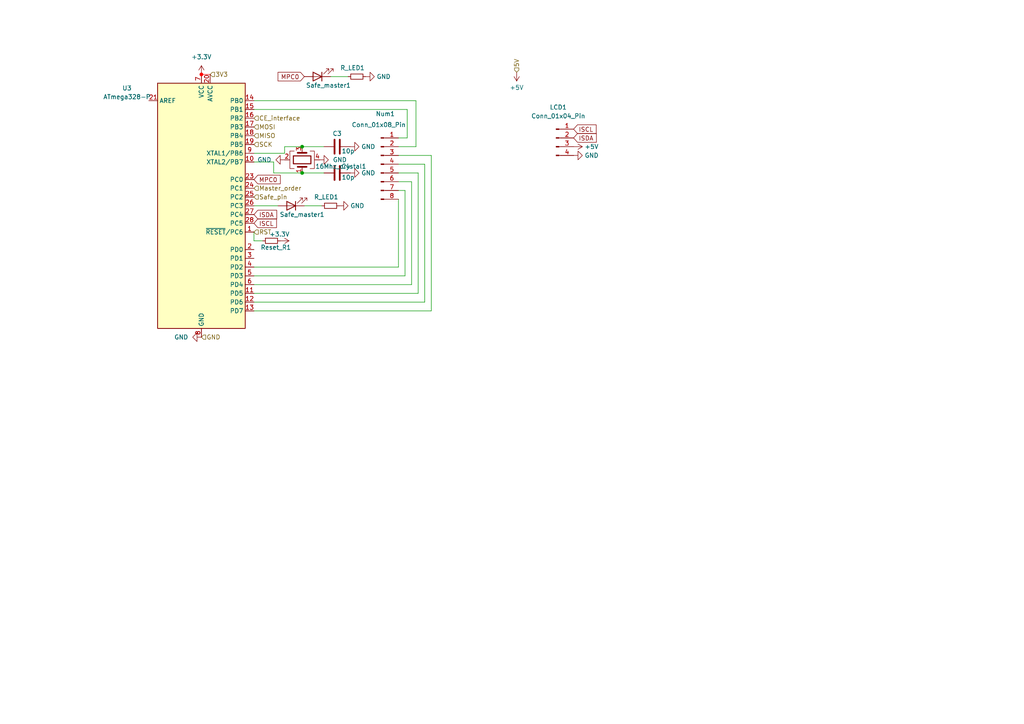
<source format=kicad_sch>
(kicad_sch (version 20230121) (generator eeschema)
  (paper "A4")
  (lib_symbols
    (symbol "Connector:Conn_01x04_Pin" (pin_names (offset 1.016) hide)
      (property "Reference" "J" (at 0 5.08 0))
      (property "Value" "Conn_01x04_Pin" (at 0 -7.62 0))
      (symbol "Conn_01x04_Pin_1_1"
        (polyline (pts (xy 1.27 -5.08) (xy 0.8636 -5.08)) (stroke (width 0.1524)))
        (polyline (pts (xy 1.27 -2.54) (xy 0.8636 -2.54)) (stroke (width 0.1524)))
        (polyline (pts (xy 1.27 0) (xy 0.8636 0)) (stroke (width 0.1524)))
        (polyline (pts (xy 1.27 2.54) (xy 0.8636 2.54)) (stroke (width 0.1524)))
        (rectangle (start 0.8636 -4.953) (end 0 -5.207) (stroke (width 0.1524)) (fill (type outline)))
        (rectangle (start 0.8636 -2.413) (end 0 -2.667) (stroke (width 0.1524)) (fill (type outline)))
        (rectangle (start 0.8636 0.127) (end 0 -0.127) (stroke (width 0.1524)) (fill (type outline)))
        (rectangle (start 0.8636 2.667) (end 0 2.413) (stroke (width 0.1524)) (fill (type outline)))
        (pin passive line (at 5.08 2.54 180) (length 3.81) (name "Pin_1") (number "1"))
        (pin passive line (at 5.08 0 180) (length 3.81) (name "Pin_2") (number "2"))
        (pin passive line (at 5.08 -2.54 180) (length 3.81) (name "Pin_3") (number "3"))
        (pin passive line (at 5.08 -5.08 180) (length 3.81) (name "Pin_4") (number "4"))
      )
    )
    (symbol "Connector:Conn_01x08_Pin" (pin_names (offset 1.016) hide)
      (property "Reference" "J" (at 0 10.16 0))
      (property "Value" "Conn_01x08_Pin" (at 0 -12.7 0))
      (symbol "Conn_01x08_Pin_1_1"
        (polyline (pts (xy 1.27 -10.16) (xy 0.8636 -10.16)) (stroke (width 0.1524)))
        (polyline (pts (xy 1.27 -7.62) (xy 0.8636 -7.62)) (stroke (width 0.1524)))
        (polyline (pts (xy 1.27 -5.08) (xy 0.8636 -5.08)) (stroke (width 0.1524)))
        (polyline (pts (xy 1.27 -2.54) (xy 0.8636 -2.54)) (stroke (width 0.1524)))
        (polyline (pts (xy 1.27 0) (xy 0.8636 0)) (stroke (width 0.1524)))
        (polyline (pts (xy 1.27 2.54) (xy 0.8636 2.54)) (stroke (width 0.1524)))
        (polyline (pts (xy 1.27 5.08) (xy 0.8636 5.08)) (stroke (width 0.1524)))
        (polyline (pts (xy 1.27 7.62) (xy 0.8636 7.62)) (stroke (width 0.1524)))
        (rectangle (start 0.8636 -10.033) (end 0 -10.287) (stroke (width 0.1524)) (fill (type outline)))
        (rectangle (start 0.8636 -7.493) (end 0 -7.747) (stroke (width 0.1524)) (fill (type outline)))
        (rectangle (start 0.8636 -4.953) (end 0 -5.207) (stroke (width 0.1524)) (fill (type outline)))
        (rectangle (start 0.8636 -2.413) (end 0 -2.667) (stroke (width 0.1524)) (fill (type outline)))
        (rectangle (start 0.8636 0.127) (end 0 -0.127) (stroke (width 0.1524)) (fill (type outline)))
        (rectangle (start 0.8636 2.667) (end 0 2.413) (stroke (width 0.1524)) (fill (type outline)))
        (rectangle (start 0.8636 5.207) (end 0 4.953) (stroke (width 0.1524)) (fill (type outline)))
        (rectangle (start 0.8636 7.747) (end 0 7.493) (stroke (width 0.1524)) (fill (type outline)))
        (pin passive line (at 5.08 7.62 180) (length 3.81) (name "Pin_1") (number "1"))
        (pin passive line (at 5.08 5.08 180) (length 3.81) (name "Pin_2") (number "2"))
        (pin passive line (at 5.08 2.54 180) (length 3.81) (name "Pin_3") (number "3"))
        (pin passive line (at 5.08 0 180) (length 3.81) (name "Pin_4") (number "4"))
        (pin passive line (at 5.08 -2.54 180) (length 3.81) (name "Pin_5") (number "5"))
        (pin passive line (at 5.08 -5.08 180) (length 3.81) (name "Pin_6") (number "6"))
        (pin passive line (at 5.08 -7.62 180) (length 3.81) (name "Pin_7") (number "7"))
        (pin passive line (at 5.08 -10.16 180) (length 3.81) (name "Pin_8") (number "8"))
      )
    )
    (symbol "Device:C" (pin_numbers hide) (pin_names (offset 0.254))
      (property "Reference" "C" (at 0.635 2.54 0))
      (property "Value" "C" (at 0.635 -2.54 0))
      (symbol "C_0_1"
        (polyline (pts (xy -2.032 -0.762) (xy 2.032 -0.762)) (stroke (width 0.508)))
        (polyline (pts (xy -2.032 0.762) (xy 2.032 0.762)) (stroke (width 0.508)))
      )
      (symbol "C_1_1"
        (pin passive line (at 0 3.81 270) (length 2.794) (name "~") (number "1"))
        (pin passive line (at 0 -3.81 90) (length 2.794) (name "~") (number "2"))
      )
    )
    (symbol "Device:Crystal_GND24" (pin_names (offset 1.016) hide)
      (property "Reference" "Y" (at 3.175 5.08 0))
      (property "Value" "Crystal_GND24" (at 3.175 3.175 0))
      (symbol "Crystal_GND24_0_1"
        (rectangle (start -1.143 2.54) (end 1.143 -2.54) (stroke (width 0.3048)))
        (polyline (pts (xy -2.54 0) (xy -2.032 0)))
        (polyline (pts (xy -2.032 -1.27) (xy -2.032 1.27)) (stroke (width 0.508)))
        (polyline (pts (xy 0 -3.81) (xy 0 -3.556)))
        (polyline (pts (xy 0 3.556) (xy 0 3.81)))
        (polyline (pts (xy 2.032 -1.27) (xy 2.032 1.27)) (stroke (width 0.508)))
        (polyline (pts (xy 2.032 0) (xy 2.54 0)))
        (polyline (pts (xy -2.54 -2.286) (xy -2.54 -3.556) (xy 2.54 -3.556) (xy 2.54 -2.286)))
        (polyline (pts (xy -2.54 2.286) (xy -2.54 3.556) (xy 2.54 3.556) (xy 2.54 2.286)))
      )
      (symbol "Crystal_GND24_1_1"
        (pin passive line (at -3.81 0 0) (length 1.27) (name "1") (number "1"))
        (pin passive line (at 0 5.08 270) (length 1.27) (name "2") (number "2"))
        (pin passive line (at 3.81 0 180) (length 1.27) (name "3") (number "3"))
        (pin passive line (at 0 -5.08 90) (length 1.27) (name "4") (number "4"))
      )
    )
    (symbol "Device:LED" (pin_numbers hide) (pin_names (offset 1.016) hide)
      (property "Reference" "D" (at 0 2.54 0))
      (property "Value" "LED" (at 0 -2.54 0))
      (symbol "LED_0_1"
        (polyline (pts (xy -1.27 -1.27) (xy -1.27 1.27)) (stroke (width 0.254)))
        (polyline (pts (xy -1.27 0) (xy 1.27 0)))
        (polyline (pts (xy 1.27 -1.27) (xy 1.27 1.27) (xy -1.27 0) (xy 1.27 -1.27)) (stroke (width 0.254)))
        (polyline (pts (xy -3.048 -0.762) (xy -4.572 -2.286) (xy -3.81 -2.286) (xy -4.572 -2.286) (xy -4.572 -1.524)))
        (polyline (pts (xy -1.778 -0.762) (xy -3.302 -2.286) (xy -2.54 -2.286) (xy -3.302 -2.286) (xy -3.302 -1.524)))
      )
      (symbol "LED_1_1"
        (pin passive line (at -3.81 0 0) (length 2.54) (name "K") (number "1"))
        (pin passive line (at 3.81 0 180) (length 2.54) (name "A") (number "2"))
      )
    )
    (symbol "Device:R_Small" (pin_numbers hide) (pin_names (offset 0.254) hide)
      (property "Reference" "R" (at 0.762 0.508 0))
      (property "Value" "R_Small" (at 0.762 -1.016 0))
      (symbol "R_Small_0_1"
        (rectangle (start -0.762 1.778) (end 0.762 -1.778) (stroke (width 0.2032)))
      )
      (symbol "R_Small_1_1"
        (pin passive line (at 0 2.54 270) (length 0.762) (name "~") (number "1"))
        (pin passive line (at 0 -2.54 90) (length 0.762) (name "~") (number "2"))
      )
    )
    (symbol "MCU_Microchip_ATmega:ATmega328-P"
      (property "Reference" "U" (at -12.7 36.83 0))
      (property "Value" "ATmega328-P" (at 2.54 -36.83 0))
      (symbol "ATmega328-P_0_1"
        (rectangle (start -12.7 -35.56) (end 12.7 35.56) (stroke (width 0.254)) (fill (type background)))
      )
      (symbol "ATmega328-P_1_1"
        (pin bidirectional line (at 15.24 -7.62 180) (length 2.54) (name "~{RESET}/PC6") (number "1"))
        (pin bidirectional line (at 15.24 12.7 180) (length 2.54) (name "XTAL2/PB7") (number "10"))
        (pin bidirectional line (at 15.24 -25.4 180) (length 2.54) (name "PD5") (number "11"))
        (pin bidirectional line (at 15.24 -27.94 180) (length 2.54) (name "PD6") (number "12"))
        (pin bidirectional line (at 15.24 -30.48 180) (length 2.54) (name "PD7") (number "13"))
        (pin bidirectional line (at 15.24 30.48 180) (length 2.54) (name "PB0") (number "14"))
        (pin bidirectional line (at 15.24 27.94 180) (length 2.54) (name "PB1") (number "15"))
        (pin bidirectional line (at 15.24 25.4 180) (length 2.54) (name "PB2") (number "16"))
        (pin bidirectional line (at 15.24 22.86 180) (length 2.54) (name "PB3") (number "17"))
        (pin bidirectional line (at 15.24 20.32 180) (length 2.54) (name "PB4") (number "18"))
        (pin bidirectional line (at 15.24 17.78 180) (length 2.54) (name "PB5") (number "19"))
        (pin bidirectional line (at 15.24 -12.7 180) (length 2.54) (name "PD0") (number "2"))
        (pin power_in line (at 2.54 38.1 270) (length 2.54) (name "AVCC") (number "20"))
        (pin passive line (at -15.24 30.48 0) (length 2.54) (name "AREF") (number "21"))
        (pin passive line (at 0 -38.1 90) (length 2.54) hide (name "GND") (number "22"))
        (pin bidirectional line (at 15.24 7.62 180) (length 2.54) (name "PC0") (number "23"))
        (pin bidirectional line (at 15.24 5.08 180) (length 2.54) (name "PC1") (number "24"))
        (pin bidirectional line (at 15.24 2.54 180) (length 2.54) (name "PC2") (number "25"))
        (pin bidirectional line (at 15.24 0 180) (length 2.54) (name "PC3") (number "26"))
        (pin bidirectional line (at 15.24 -2.54 180) (length 2.54) (name "PC4") (number "27"))
        (pin bidirectional line (at 15.24 -5.08 180) (length 2.54) (name "PC5") (number "28"))
        (pin bidirectional line (at 15.24 -15.24 180) (length 2.54) (name "PD1") (number "3"))
        (pin bidirectional line (at 15.24 -17.78 180) (length 2.54) (name "PD2") (number "4"))
        (pin bidirectional line (at 15.24 -20.32 180) (length 2.54) (name "PD3") (number "5"))
        (pin bidirectional line (at 15.24 -22.86 180) (length 2.54) (name "PD4") (number "6"))
        (pin power_in line (at 0 38.1 270) (length 2.54) (name "VCC") (number "7"))
        (pin power_in line (at 0 -38.1 90) (length 2.54) (name "GND") (number "8"))
        (pin bidirectional line (at 15.24 15.24 180) (length 2.54) (name "XTAL1/PB6") (number "9"))
      )
    )
    (symbol "power:+3.3V" (power) (pin_names (offset 0))
      (property "Value" "+3.3V" (at 0 3.556 0))
      (symbol "+3.3V_0_1"
        (polyline (pts (xy -0.762 1.27) (xy 0 2.54)))
        (polyline (pts (xy 0 0) (xy 0 2.54)))
        (polyline (pts (xy 0 2.54) (xy 0.762 1.27)))
      )
      (symbol "+3.3V_1_1"
        (pin power_in line (at 0 0 90) (length 0) hide (name "+3.3V") (number "1"))
      )
    )
    (symbol "power:+5V" (power) (pin_names (offset 0))
      (property "Value" "+5V" (at 0 3.556 0))
      (symbol "+5V_0_1"
        (polyline (pts (xy -0.762 1.27) (xy 0 2.54)))
        (polyline (pts (xy 0 0) (xy 0 2.54)))
        (polyline (pts (xy 0 2.54) (xy 0.762 1.27)))
      )
      (symbol "+5V_1_1"
        (pin power_in line (at 0 0 90) (length 0) hide (name "+5V") (number "1"))
      )
    )
    (symbol "power:GND" (power) (pin_names (offset 0))
      (property "Value" "GND" (at 0 -3.81 0))
      (symbol "GND_0_1"
        (polyline (pts (xy 0 0) (xy 0 -1.27) (xy 1.27 -1.27) (xy 0 -2.54) (xy -1.27 -1.27) (xy 0 -1.27)))
      )
      (symbol "GND_1_1"
        (pin power_in line (at 0 0 270) (length 0) hide (name "GND") (number "1"))
      )
    )
  )
  (junction (at 87.63 42.545))
  (junction (at 87.63 50.165))
  (junction (at 58.42 21.59) (color 255 0 0 1))
  (wire (pts (xy 87.63 50.165) (xy 93.98 50.165)))
  (wire (pts (xy 115.57 47.625) (xy 123.19 47.625)))
  (wire (pts (xy 115.57 40.005) (xy 118.11 40.005)))
  (wire (pts (xy 125.095 90.17) (xy 73.66 90.17)))
  (wire (pts (xy 79.375 46.99) (xy 73.66 46.99)))
  (wire (pts (xy 115.57 77.47) (xy 73.66 77.47)))
  (wire (pts (xy 118.11 40.005) (xy 118.11 31.75)))
  (wire (pts (xy 95.885 22.225) (xy 100.965 22.225)))
  (wire (pts (xy 82.55 44.45) (xy 73.66 44.45)))
  (wire (pts (xy 121.285 50.165) (xy 121.285 85.09)))
  (wire (pts (xy 73.66 69.85) (xy 73.66 67.31)))
  (wire (pts (xy 121.285 85.09) (xy 73.66 85.09)))
  (wire (pts (xy 119.38 82.55) (xy 73.66 82.55)))
  (wire (pts (xy 115.57 42.545) (xy 120.65 42.545)))
  (wire (pts (xy 117.475 80.01) (xy 73.66 80.01)))
  (wire (pts (xy 118.11 31.75) (xy 73.66 31.75)))
  (wire (pts (xy 120.65 29.21) (xy 73.66 29.21)))
  (wire (pts (xy 115.57 52.705) (xy 119.38 52.705)))
  (wire (pts (xy 115.57 57.785) (xy 115.57 77.47)))
  (wire (pts (xy 119.38 52.705) (xy 119.38 82.55)))
  (wire (pts (xy 82.55 42.545) (xy 87.63 42.545)))
  (wire (pts (xy 120.65 42.545) (xy 120.65 29.21)))
  (wire (pts (xy 123.19 47.625) (xy 123.19 87.63)))
  (wire (pts (xy 58.42 21.59) (xy 60.96 21.59)) (stroke (width 0) (color 255 0 0 1)))
  (wire (pts (xy 125.095 45.085) (xy 125.095 90.17)))
  (wire (pts (xy 123.19 87.63) (xy 73.66 87.63)))
  (wire (pts (xy 82.55 42.545) (xy 82.55 44.45)))
  (wire (pts (xy 87.63 42.545) (xy 93.98 42.545)))
  (wire (pts (xy 73.66 59.69) (xy 80.645 59.69)))
  (wire (pts (xy 88.265 59.69) (xy 93.345 59.69)))
  (wire (pts (xy 76.2 69.85) (xy 73.66 69.85)))
  (wire (pts (xy 115.57 50.165) (xy 121.285 50.165)))
  (wire (pts (xy 115.57 55.245) (xy 117.475 55.245)))
  (wire (pts (xy 115.57 45.085) (xy 125.095 45.085)))
  (wire (pts (xy 79.375 50.165) (xy 87.63 50.165)))
  (wire (pts (xy 79.375 50.165) (xy 79.375 46.99)))
  (wire (pts (xy 117.475 55.245) (xy 117.475 80.01)))
  (global_label "MPC0" (shape input) (at 88.265 22.225 180) (property "Intersheetrefs" "${INTERSHEET_REFS}" (effects hide)))
  (global_label "ISDA" (shape input) (at 166.37 40.005 0) (property "Intersheetrefs" "${INTERSHEET_REFS}" (effects hide)))
  (global_label "ISDA" (shape input) (at 73.66 62.23 0) (property "Intersheetrefs" "${INTERSHEET_REFS}" (effects hide)))
  (global_label "ISCL" (shape input) (at 73.66 64.77 0) (property "Intersheetrefs" "${INTERSHEET_REFS}" (effects hide)))
  (global_label "ISCL" (shape input) (at 166.37 37.465 0) (property "Intersheetrefs" "${INTERSHEET_REFS}" (effects hide)))
  (global_label "MPC0" (shape input) (at 73.66 52.07 0) (property "Intersheetrefs" "${INTERSHEET_REFS}" (effects hide)))
  (hierarchical_label "MOSI" (shape input) (at 73.66 36.83 0))
  (hierarchical_label "SCK" (shape input) (at 73.66 41.91 0))
  (hierarchical_label "RST" (shape input) (at 73.66 67.31 0))
  (hierarchical_label "Safe_pin" (shape input) (at 73.66 57.15 0))
  (hierarchical_label "MISO" (shape input) (at 73.66 39.37 0))
  (hierarchical_label "CE_interface" (shape input) (at 73.66 34.29 0))
  (hierarchical_label "5V" (shape input) (at 149.86 20.955 90))
  (hierarchical_label "3V3" (shape input) (at 60.96 21.59 0))
  (hierarchical_label "Master_order" (shape input) (at 73.66 54.61 0))
  (hierarchical_label "GND" (shape input) (at 58.42 97.79 0))
  (symbol (lib_id "power:GND") (at 106.045 22.225 90) (unit 1)
    (property "Reference" "#PWR09" (effects hide))
    (property "Value" "GND" (at 109.22 22.225 90) (effects (justify right)))
    (instances (project "Chytry_sklep" (path "" (reference "#PWR09") (unit 1)) (path "" (reference "#PWR032") (unit 1))))
  )
  (symbol (lib_id "power:+5V") (at 166.37 42.545 270) (unit 1)
    (property "Reference" "#PWR023" (effects hide))
    (property "Value" "+5V" (at 169.545 42.545 90) (effects (justify left)))
  )
  (symbol (lib_id "Device:LED") (at 84.455 59.69 180) (unit 1)
    (property "Reference" "Safe_master1" (at 87.63 62.23 0))
    (property "Value" "LED" (effects hide))
    (property "Footprint" "LED_SMD:LED_0805_2012Metric" (effects hide))
    (property "LCSC" "C2296" (effects hide))
    (instances (project "Chytry_sklep" (path "" (reference "Safe_master1") (unit 1)) (path "" (reference "SData_PB0") (unit 1)) (path "" (reference "ISafe1") (unit 1))))
  )
  (symbol (lib_id "power:GND") (at 82.55 46.355 270) (unit 1)
    (property "Reference" "#PWR057" (effects hide))
    (property "Value" "GND" (at 78.74 46.355 90) (effects (justify right)))
  )
  (symbol (lib_id "power:GND") (at 92.71 46.355 90) (unit 1)
    (property "Reference" "#PWR056" (effects hide))
    (property "Value" "GND" (at 96.52 46.355 90) (effects (justify right)))
  )
  (symbol (lib_id "Device:R_Small") (at 78.74 69.85 90) (unit 1)
    (property "Reference" "Reset_R1" (at 80.01 71.755 90))
    (property "Value" "10k" (effects hide))
    (property "Footprint" "Resistor_SMD:R_0805_2012Metric" (effects hide))
    (property "LCSC" "C17414" (effects hide))
    (instances (project "Chytry_sklep" (path "" (reference "Reset_R1") (unit 1)) (path "" (reference "RR3") (unit 1))))
  )
  (symbol (lib_id "Device:C") (at 97.79 42.545 90) (unit 1)
    (property "Reference" "C3" (at 97.79 38.735 90))
    (property "Value" "10p" (at 100.965 43.815 90))
    (property "Footprint" "Capacitor_SMD:C_0805_2012Metric" (effects hide))
    (property "LCSC" "C157608" (effects hide))
    (instances (project "Chytry_sklep" (path "" (reference "C3") (unit 1)) (path "" (reference "C5") (unit 1))))
  )
  (symbol (lib_id "power:GND") (at 101.6 42.545 90) (unit 1)
    (property "Reference" "#PWR018" (effects hide))
    (property "Value" "GND" (at 104.775 42.545 90) (effects (justify right)))
    (instances (project "Chytry_sklep" (path "" (reference "#PWR018") (unit 1)) (path "" (reference "#PWR020") (unit 1))))
  )
  (symbol (lib_id "power:+5V") (at 149.86 20.955 180) (unit 1)
    (property "Reference" "#PWR022" (effects hide))
    (property "Value" "+5V" (at 149.86 25.4 0))
  )
  (symbol (lib_id "power:+3.3V") (at 81.28 69.85 270) (unit 1)
    (property "Reference" "#PWR05" (effects hide))
    (property "Value" "+3.3V" (at 78.105 67.945 90) (effects (justify left)))
    (instances (project "Chytry_sklep" (path "" (reference "#PWR05") (unit 1)) (path "" (reference "#PWR026") (unit 1))))
  )
  (symbol (lib_id "Device:R_Small") (at 103.505 22.225 90) (unit 1)
    (property "Reference" "R_LED1" (at 102.235 19.685 90))
    (property "Value" "220" (effects hide))
    (property "Footprint" "Resistor_SMD:R_0805_2012Metric" (effects hide))
    (property "LCSC" "C17557" (effects hide))
    (instances (project "Chytry_sklep" (path "" (reference "R_LED1") (unit 1)) (path "" (reference "R_LED7") (unit 1)) (path "" (reference "R12") (unit 1))))
  )
  (symbol (lib_id "Device:Crystal_GND24") (at 87.63 46.355 90) (unit 1)
    (property "Reference" "16Mhz_crystal1" (at 91.44 48.26 90) (effects (justify right)))
    (property "Value" "16Mhz" (effects hide))
    (property "Footprint" "Crystal:Crystal_SMD_3225-4Pin_3.2x2.5mm" (effects hide))
    (property "LCSC" "C13738" (effects hide))
    (instances (project "Chytry_sklep" (path "" (reference "16Mhz_crystal1") (unit 1)) (path "" (reference "16Mhz_crystal2") (unit 1)) (path "" (reference "X3") (unit 1))))
  )
  (symbol (lib_id "Device:R_Small") (at 95.885 59.69 90) (unit 1)
    (property "Reference" "R_LED1" (at 94.615 57.15 90))
    (property "Value" "220" (effects hide))
    (property "Footprint" "Resistor_SMD:R_0805_2012Metric" (effects hide))
    (property "LCSC" "C17557" (effects hide))
    (instances (project "Chytry_sklep" (path "" (reference "R_LED1") (unit 1)) (path "" (reference "R_LED7") (unit 1)) (path "" (reference "R11") (unit 1))))
  )
  (symbol (lib_id "power:GND") (at 58.42 97.79 270) (unit 1)
    (property "Reference" "#PWR011" (effects hide))
    (property "Value" "GND" (at 54.61 97.79 90) (effects (justify right)))
  )
  (symbol (lib_id "power:GND") (at 101.6 50.165 90) (unit 1)
    (property "Reference" "#PWR019" (effects hide))
    (property "Value" "GND" (at 104.775 50.165 90) (effects (justify right)))
    (instances (project "Chytry_sklep" (path "" (reference "#PWR019") (unit 1)) (path "" (reference "#PWR021") (unit 1))))
  )
  (symbol (lib_id "Device:LED") (at 92.075 22.225 180) (unit 1)
    (property "Reference" "Safe_master1" (at 95.25 24.765 0))
    (property "Value" "LED" (effects hide))
    (property "Footprint" "LED_SMD:LED_0805_2012Metric" (effects hide))
    (property "LCSC" "C2297" (effects hide))
    (instances (project "Chytry_sklep" (path "" (reference "Safe_master1") (unit 1)) (path "" (reference "SData_PB0") (unit 1)) (path "" (reference "IData1") (unit 1))))
  )
  (symbol (lib_id "power:+3.3V") (at 58.42 21.59 0) (unit 1)
    (property "Reference" "#PWR010" (effects hide))
    (property "Value" "+3.3V" (at 58.42 16.51 0))
  )
  (symbol (lib_id "Device:C") (at 97.79 50.165 90) (unit 1)
    (property "Reference" "C4" (at 100.33 48.26 90))
    (property "Value" "10p" (at 100.965 51.435 90))
    (property "Footprint" "Capacitor_SMD:C_0805_2012Metric" (effects hide))
    (property "LCSC" "C157608" (effects hide))
    (instances (project "Chytry_sklep" (path "" (reference "C4") (unit 1)) (path "" (reference "C6") (unit 1))))
  )
  (symbol (lib_id "power:GND") (at 98.425 59.69 90) (unit 1)
    (property "Reference" "#PWR09" (effects hide))
    (property "Value" "GND" (at 101.6 59.69 90) (effects (justify right)))
    (instances (project "Chytry_sklep" (path "" (reference "#PWR09") (unit 1)) (path "" (reference "#PWR031") (unit 1))))
  )
  (symbol (lib_id "Connector:Conn_01x08_Pin") (at 110.49 47.625 0) (unit 1) (in_bom no)
    (property "Reference" "Num1" (at 111.76 33.02 0))
    (property "Value" "Conn_01x08_Pin" (at 109.855 36.195 0))
    (property "Footprint" "Connector_PinSocket_2.54mm:PinSocket_1x08_P2.54mm_Vertical" (effects hide))
  )
  (symbol (lib_id "MCU_Microchip_ATmega:ATmega328-P") (at 58.42 59.69 0) (unit 1) (in_bom no)
    (property "Reference" "U3" (at 36.83 25.5621 0))
    (property "Value" "ATmega328-P" (at 36.83 28.1021 0))
    (property "Footprint" "Package_DIP:DIP-28_W7.62mm" (effects hide))
    (property "Datasheet" "http://ww1.microchip.com/downloads/en/DeviceDoc/ATmega328_P%20AVR%20MCU%20with%20picoPower%20Technology%20Data%20Sheet%2040001984A.pdf" (effects hide))
  )
  (symbol (lib_id "power:GND") (at 166.37 45.085 90) (unit 1)
    (property "Reference" "#PWR024" (effects hide))
    (property "Value" "GND" (at 169.545 45.085 90) (effects (justify right)))
  )
  (symbol (lib_id "Connector:Conn_01x04_Pin") (at 161.29 40.005 0) (unit 1) (in_bom no)
    (property "Reference" "LCD1" (at 161.925 31.115 0))
    (property "Value" "Conn_01x04_Pin" (at 161.925 33.655 0))
    (property "Footprint" "Connector_PinSocket_2.54mm:PinSocket_1x04_P2.54mm_Vertical" (effects hide))
  )
)
</source>
